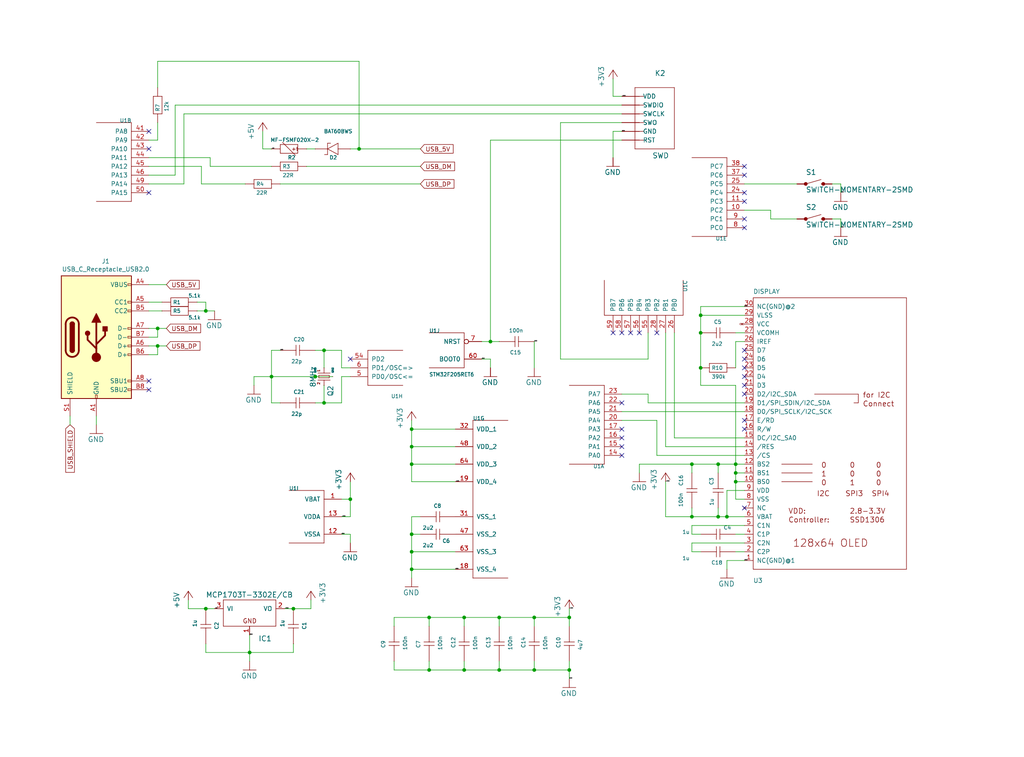
<source format=kicad_sch>
(kicad_sch (version 20230121) (generator eeschema)
  (paper "User" 297.002 219.608)
  (title_block (title "Trezor One USB-C") (date "${DATE}") (rev "${TAG} (${REVISION})"))
  (lib_symbols
    (symbol "trezor_v1.1-eagle-import:+3V3" (power) (pin_names (offset 1.016))
      (property "Value" "+3V3" (at -2.54 -5.08 90))
      (symbol "+3V3_1_0"
        (pin power_in line (at 0 -2.54 90) (length 2.54) (name "+3V3") (number "1"))
      )
    )
    (symbol "trezor_v1.1-eagle-import:+5V" (power) (pin_names (offset 1.016))
      (property "Value" "+5V" (at -2.54 -5.08 90))
      (symbol "+5V_1_0"
        (pin power_in line (at 0 -2.54 90) (length 2.54) (name "+5V") (number "1"))
      )
    )
    (symbol "trezor_v1.1-eagle-import:CRYSTALCTS406" (pin_names (offset 1.016))
      (property "Reference" "Q" (at 2.54 1.016 0))
      (property "Value" "CRYSTALCTS406" (at 2.54 -2.54 0))
      (symbol "CRYSTALCTS406_1_0"
        (text "1" (at -2.159 -1.143 0) (effects (font (size 0.7112 0.7112)) (justify left bottom)))
        (text "2" (at 1.524 -1.143 0) (effects (font (size 0.7112 0.7112)) (justify left bottom)))
        (pin passive line (at -2.54 0 0) (length 0) (name "1") (number "1"))
        (pin passive line (at 2.54 0 180) (length 0) (name "2") (number "3"))
      )
      (symbol "CRYSTALCTS406_1_1"
        (pin passive line (at 0 -2.54 180) (length 0) (name "GND") (number "2"))
        (pin passive line (at 0 2.54 180) (length 0) (name "GND") (number "4"))
      )
    )
    (symbol "trezor_v1.1-eagle-import:C_0402" (pin_names (offset 1.016))
      (property "Reference" "C" (at -1.27 2.54 0))
      (property "Value" "C_0402" (at -1.905 -3.81 0))
      (symbol "C_0402_1_0"
        (pin passive line (at -5.08 0 0) (length 0) (name "1") (number "P$1"))
        (pin passive line (at 5.08 0 0) (length 0) (name "2") (number "P$2"))
      )
    )
    (symbol "trezor_v1.1-eagle-import:C_0603" (pin_names (offset 1.016))
      (property "Reference" "C" (at -1.27 2.54 0))
      (property "Value" "C_0603" (at -1.905 -3.81 0))
      (symbol "C_0603_1_0"
        (pin passive line (at -5.08 0 0) (length 0) (name "1") (number "1"))
        (pin passive line (at 5.08 0 0) (length 0) (name "2") (number "2"))
      )
    )
    (symbol "trezor_v1.1-eagle-import:DISP_OLED_UG-2864HSWEG010.96{dblquote}" (pin_names (offset 1.016))
      (property "Reference" "U" (at -22.86 40.64 0))
      (property "Value" "DISP_OLED_UG-2864HSWEG010.96{dblquote}" (at -22.86 -43.18 0))
      (symbol "DISP_OLED_UG-2864HSWEG010.96{dblquote}_1_0"
        (text "0" (at -3.175 6.985 0) (effects (font (size 1.4986 1.4986)) (justify left bottom)))
        (text "0" (at -3.175 12.065 0) (effects (font (size 1.4986 1.4986)) (justify left bottom)))
        (text "0" (at 5.08 6.985 0) (effects (font (size 1.4986 1.4986)) (justify left bottom)))
        (text "0" (at 5.08 9.525 0) (effects (font (size 1.4986 1.4986)) (justify left bottom)))
        (text "0" (at 12.7 6.985 0) (effects (font (size 1.4986 1.4986)) (justify left bottom)))
        (text "0" (at 12.7 9.525 0) (effects (font (size 1.4986 1.4986)) (justify left bottom)))
        (text "0" (at 12.7 12.065 0) (effects (font (size 1.4986 1.4986)) (justify left bottom)))
        (text "1" (at -3.175 9.525 0) (effects (font (size 1.4986 1.4986)) (justify left bottom)))
        (text "1" (at 5.08 12.065 0) (effects (font (size 1.4986 1.4986)) (justify left bottom)))
        (text "128x64 OLED" (at -11.43 29.21 0) (effects (font (size 2.159 2.159)) (justify left bottom)))
        (text "2.8-3.3V" (at 5.08 20.32 0) (effects (font (size 1.4986 1.4986)) (justify left bottom)))
        (text "Connect" (at 8.89 -10.795 0) (effects (font (size 1.4986 1.4986)) (justify left bottom)))
        (text "Controller:" (at -12.7 22.86 0) (effects (font (size 1.4986 1.4986)) (justify left bottom)))
        (text "for I2C" (at 8.89 -13.335 0) (effects (font (size 1.4986 1.4986)) (justify left bottom)))
        (text "I2C" (at -4.445 15.24 0) (effects (font (size 1.4986 1.4986)) (justify left bottom)))
        (text "SPI3" (at 3.81 15.24 0) (effects (font (size 1.4986 1.4986)) (justify left bottom)))
        (text "SPI4" (at 11.43 15.24 0) (effects (font (size 1.4986 1.4986)) (justify left bottom)))
        (text "SSD1306" (at 5.08 22.86 0) (effects (font (size 1.4986 1.4986)) (justify left bottom)))
        (text "VDD:" (at -12.7 20.32 0) (effects (font (size 1.4986 1.4986)) (justify left bottom)))
        (pin input line (at -25.4 35.56 0) (length 2.54) (name "NC(GND)@1") (number "1"))
        (pin input line (at -25.4 12.7 0) (length 2.54) (name "BS0") (number "10"))
        (pin input line (at -25.4 10.16 0) (length 2.54) (name "BS1") (number "11"))
        (pin input line (at -25.4 7.62 0) (length 2.54) (name "BS2") (number "12"))
        (pin input line (at -25.4 5.08 0) (length 2.54) (name "/CS") (number "13"))
        (pin input line (at -25.4 2.54 0) (length 2.54) (name "/RES") (number "14"))
        (pin input line (at -25.4 0 0) (length 2.54) (name "DC/I2C_SA0") (number "15"))
        (pin input line (at -25.4 -2.54 0) (length 2.54) (name "R/W") (number "16"))
        (pin input line (at -25.4 -5.08 0) (length 2.54) (name "E/RD") (number "17"))
        (pin bidirectional line (at -25.4 -7.62 0) (length 2.54) (name "D0/SPI_SCLK/I2C_SCK") (number "18"))
        (pin bidirectional line (at -25.4 -10.16 0) (length 2.54) (name "D1/SPI_SDIN/I2C_SDA") (number "19"))
        (pin input line (at -25.4 33.02 0) (length 2.54) (name "C2P") (number "2"))
        (pin bidirectional line (at -25.4 -12.7 0) (length 2.54) (name "D2/I2C_SDA") (number "20"))
        (pin bidirectional line (at -25.4 -15.24 0) (length 2.54) (name "D3") (number "21"))
        (pin bidirectional line (at -25.4 -17.78 0) (length 2.54) (name "D4") (number "22"))
        (pin bidirectional line (at -25.4 -20.32 0) (length 2.54) (name "D5") (number "23"))
        (pin bidirectional line (at -25.4 -22.86 0) (length 2.54) (name "D6") (number "24"))
        (pin bidirectional line (at -25.4 -25.4 0) (length 2.54) (name "D7") (number "25"))
        (pin input line (at -25.4 -27.94 0) (length 2.54) (name "IREF") (number "26"))
        (pin output line (at -25.4 -30.48 0) (length 2.54) (name "VCOMH") (number "27"))
        (pin power_in line (at -25.4 -33.02 0) (length 2.54) (name "VCC") (number "28"))
        (pin power_in line (at -25.4 -35.56 0) (length 2.54) (name "VLSS") (number "29"))
        (pin input line (at -25.4 30.48 0) (length 2.54) (name "C2N") (number "3"))
        (pin input line (at -25.4 -38.1 0) (length 2.54) (name "NC(GND)@2") (number "30"))
        (pin input line (at -25.4 27.94 0) (length 2.54) (name "C1P") (number "4"))
        (pin input line (at -25.4 25.4 0) (length 2.54) (name "C1N") (number "5"))
        (pin input line (at -25.4 22.86 0) (length 2.54) (name "VBAT") (number "6"))
        (pin no_connect line (at -25.4 20.32 0) (length 2.54) (name "NC") (number "7"))
        (pin power_in line (at -25.4 17.78 0) (length 2.54) (name "VSS") (number "8"))
        (pin power_in line (at -25.4 15.24 0) (length 2.54) (name "VDD") (number "9"))
      )
    )
    (symbol "trezor_v1.1-eagle-import:DS_SOD323" (pin_names (offset 1.016))
      (property "Reference" "D" (at -1.27 1.905 0))
      (property "Value" "DS_SOD323" (at -3.175 -3.175 0))
      (symbol "DS_SOD323_1_0"
        (pin passive line (at -5.08 0 0) (length 0) (name "1") (number "A"))
        (pin passive line (at 5.08 0 0) (length 0) (name "2") (number "K"))
      )
    )
    (symbol "trezor_v1.1-eagle-import:GND" (power) (pin_names (offset 1.016))
      (property "Value" "GND" (at -2.54 -2.54 0))
      (symbol "GND_1_0"
        (pin power_in line (at 0 2.54 270) (length 2.54) (name "GND") (number "1"))
      )
    )
    (symbol "trezor_v1.1-eagle-import:MCP1703CB" (pin_names (offset 1.016))
      (property "Reference" "IC" (at -7.62 5.715 0))
      (property "Value" "MCP1703CB" (at -7.62 3.175 0))
      (symbol "MCP1703CB_1_0"
        (text "GND" (at -2.032 -4.318 0) (effects (font (size 1.2954 1.2954)) (justify left bottom)))
        (pin passive line (at 0 -7.62 90) (length 2.54) (name "GND") (number "1"))
        (pin passive line (at 10.16 0 180) (length 2.54) (name "VO") (number "2"))
        (pin input line (at -10.16 0 0) (length 2.54) (name "VI") (number "3"))
      )
    )
    (symbol "trezor_v1.1-eagle-import:POLYSWITCH_0603" (pin_names (offset 1.016))
      (property "Reference" "R" (at 1.905 -1.905 0))
      (property "Value" "POLYSWITCH_0603" (at 4.445 3.175 0))
      (symbol "POLYSWITCH_0603_1_0"
        (text "+t" (at 0.635 -0.635 0) (effects (font (size 1.0668 1.0668)) (justify left bottom)))
        (pin passive line (at 5.08 0 180) (length 0) (name "1") (number "1"))
        (pin passive line (at -5.08 0 0) (length 0) (name "2") (number "2"))
      )
    )
    (symbol "trezor_v1.1-eagle-import:R_0402" (pin_names (offset 1.016))
      (property "Reference" "R" (at -1.905 -0.635 0))
      (property "Value" "R_0402" (at -1.905 -3.175 0))
      (symbol "R_0402_1_0"
        (pin passive line (at -5.08 0 0) (length 0) (name "1") (number "P$1"))
        (pin passive line (at 5.08 0 180) (length 0) (name "2") (number "P$2"))
      )
    )
    (symbol "trezor_v1.1-eagle-import:STM32F10XRXT6" (pin_names (offset 1.016))
      (property "Reference" "U" (at -5.08 5.08 0))
      (property "Value" "STM32F10XRXT6" (at -5.08 -7.62 0))
      (symbol "STM32F10XRXT6_1_0"
        (pin bidirectional line (at -7.62 7.62 0) (length 5.08) (name "PA0") (number "14"))
        (pin bidirectional line (at -7.62 5.08 0) (length 5.08) (name "PA1") (number "15"))
        (pin bidirectional line (at -7.62 2.54 0) (length 5.08) (name "PA2") (number "16"))
        (pin bidirectional line (at -7.62 0 0) (length 5.08) (name "PA3") (number "17"))
        (pin bidirectional line (at -7.62 -2.54 0) (length 5.08) (name "PA4") (number "20"))
        (pin bidirectional line (at -7.62 -5.08 0) (length 5.08) (name "PA5") (number "21"))
        (pin bidirectional line (at -7.62 -7.62 0) (length 5.08) (name "PA6") (number "22"))
        (pin bidirectional line (at -7.62 -10.16 0) (length 5.08) (name "PA7") (number "23"))
      )
      (symbol "STM32F10XRXT6_2_0"
        (pin bidirectional line (at -7.62 10.16 0) (length 5.08) (name "PA8") (number "41"))
        (pin bidirectional line (at -7.62 7.62 0) (length 5.08) (name "PA9") (number "42"))
        (pin bidirectional line (at -7.62 5.08 0) (length 5.08) (name "PA10") (number "43"))
        (pin bidirectional line (at -7.62 2.54 0) (length 5.08) (name "PA11") (number "44"))
        (pin bidirectional line (at -7.62 0 0) (length 5.08) (name "PA12") (number "45"))
        (pin bidirectional line (at -7.62 -2.54 0) (length 5.08) (name "PA13") (number "46"))
        (pin bidirectional line (at -7.62 -5.08 0) (length 5.08) (name "PA14") (number "49"))
        (pin bidirectional line (at -7.62 -7.62 0) (length 5.08) (name "PA15") (number "50"))
      )
      (symbol "STM32F10XRXT6_3_0"
        (pin bidirectional line (at 10.16 10.16 180) (length 5.08) (name "PB0") (number "26"))
        (pin bidirectional line (at 10.16 7.62 180) (length 5.08) (name "PB1") (number "27"))
        (pin bidirectional line (at 10.16 5.08 180) (length 5.08) (name "PB2") (number "28"))
        (pin bidirectional line (at 10.16 2.54 180) (length 5.08) (name "PB3") (number "55"))
        (pin bidirectional line (at 10.16 0 180) (length 5.08) (name "PB4") (number "56"))
        (pin bidirectional line (at 10.16 -2.54 180) (length 5.08) (name "PB5") (number "57"))
        (pin bidirectional line (at 10.16 -5.08 180) (length 5.08) (name "PB6") (number "58"))
        (pin bidirectional line (at 10.16 -7.62 180) (length 5.08) (name "PB7") (number "59"))
      )
      (symbol "STM32F10XRXT6_4_0"
        (pin bidirectional line (at 10.16 2.54 180) (length 5.08) (name "PB10") (number "29"))
        (pin bidirectional line (at 10.16 0 180) (length 5.08) (name "PB11") (number "30"))
        (pin bidirectional line (at 10.16 -2.54 180) (length 5.08) (name "PB12") (number "33"))
        (pin bidirectional line (at 10.16 -5.08 180) (length 5.08) (name "PB13") (number "34"))
        (pin bidirectional line (at 10.16 -7.62 180) (length 5.08) (name "PB14") (number "35"))
        (pin bidirectional line (at 10.16 -10.16 180) (length 5.08) (name "PB15") (number "36"))
        (pin bidirectional line (at 10.16 7.62 180) (length 5.08) (name "PB8") (number "61"))
        (pin bidirectional line (at 10.16 5.08 180) (length 5.08) (name "PB9") (number "62"))
      )
      (symbol "STM32F10XRXT6_5_0"
        (pin bidirectional line (at -10.16 5.08 0) (length 5.08) (name "PC2") (number "10"))
        (pin bidirectional line (at -10.16 2.54 0) (length 5.08) (name "PC3") (number "11"))
        (pin bidirectional line (at -10.16 0 0) (length 5.08) (name "PC4") (number "24"))
        (pin bidirectional line (at -10.16 -2.54 0) (length 5.08) (name "PC5") (number "25"))
        (pin bidirectional line (at -10.16 -5.08 0) (length 5.08) (name "PC6") (number "37"))
        (pin bidirectional line (at -10.16 -7.62 0) (length 5.08) (name "PC7") (number "38"))
        (pin bidirectional line (at -10.16 10.16 0) (length 5.08) (name "PC0") (number "8"))
        (pin bidirectional line (at -10.16 7.62 0) (length 5.08) (name "PC1") (number "9"))
      )
      (symbol "STM32F10XRXT6_6_0"
        (pin bidirectional line (at -10.16 -5.08 0) (length 5.08) (name "PC13") (number "2"))
        (pin bidirectional line (at -10.16 -7.62 0) (length 5.08) (name "PC14") (number "3"))
        (pin bidirectional line (at -10.16 7.62 0) (length 5.08) (name "PC8") (number "39"))
        (pin bidirectional line (at -10.16 -10.16 0) (length 5.08) (name "PC15") (number "4"))
        (pin bidirectional line (at -10.16 5.08 0) (length 5.08) (name "PC9") (number "40"))
        (pin bidirectional line (at -10.16 2.54 0) (length 5.08) (name "PC10") (number "51"))
        (pin bidirectional line (at -10.16 0 0) (length 5.08) (name "PC11") (number "52"))
        (pin bidirectional line (at -10.16 -2.54 0) (length 5.08) (name "PC12") (number "53"))
      )
      (symbol "STM32F10XRXT6_7_0"
        (pin power_in line (at -10.16 -20.32 0) (length 5.08) (name "VSS_4") (number "18"))
        (pin power_in line (at -10.16 5.08 0) (length 5.08) (name "VDD_4") (number "19"))
        (pin power_in line (at -10.16 -5.08 0) (length 5.08) (name "VSS_1") (number "31"))
        (pin power_in line (at -10.16 20.32 0) (length 5.08) (name "VDD_1") (number "32"))
        (pin power_in line (at -10.16 -10.16 0) (length 5.08) (name "VSS_2") (number "47"))
        (pin power_in line (at -10.16 15.24 0) (length 5.08) (name "VDD_2") (number "48"))
        (pin power_in line (at -10.16 -15.24 0) (length 5.08) (name "VSS_3") (number "63"))
        (pin power_in line (at -10.16 10.16 0) (length 5.08) (name "VDD_3") (number "64"))
      )
      (symbol "STM32F10XRXT6_8_0"
        (pin bidirectional line (at 10.16 2.54 180) (length 5.08) (name "PD0/OSC<=") (number "5"))
        (pin bidirectional line (at 10.16 -2.54 180) (length 5.08) (name "PD2") (number "54"))
        (pin bidirectional line (at 10.16 0 180) (length 5.08) (name "PD1/OSC=>") (number "6"))
      )
      (symbol "STM32F10XRXT6_9_0"
        (pin power_in line (at 10.16 5.08 180) (length 5.08) (name "VBAT") (number "1"))
        (pin power_in line (at 10.16 -5.08 180) (length 5.08) (name "VSSA") (number "12"))
        (pin power_in line (at 10.16 0 180) (length 5.08) (name "VDDA") (number "13"))
      )
      (symbol "STM32F10XRXT6_10_0"
        (pin input line (at 10.16 -2.54 180) (length 5.08) (name "BOOT0") (number "60"))
        (pin input inverted (at 10.16 2.54 180) (length 5.08) (name "NRST") (number "7"))
      )
    )
    (symbol "trezor_v1.1-eagle-import:SWD" (pin_names (offset 1.016))
      (property "Value" "SWD" (at 6.096 10.414 0))
      (symbol "SWD_1_0"
        (pin passive line (at -7.62 5.08 0) (length 5.08) (name "RST") (number "1"))
        (pin passive line (at -7.62 2.54 0) (length 5.08) (name "GND") (number "2"))
        (pin passive line (at -7.62 0 0) (length 5.08) (name "SWO") (number "3"))
        (pin passive line (at -7.62 -2.54 0) (length 5.08) (name "SWCLK") (number "4"))
        (pin passive line (at -7.62 -5.08 0) (length 5.08) (name "SWDIO") (number "5"))
        (pin passive line (at -7.62 -7.62 0) (length 5.08) (name "VDD") (number "6"))
      )
    )
    (symbol "trezor_v1.1-eagle-import:SWITCH-MOMENTARY-2SMD" (pin_names (offset 1.016))
      (property "Reference" "S" (at -2.54 2.54 0))
      (property "Value" "SWITCH-MOMENTARY-2SMD" (at -2.54 -2.54 0))
      (symbol "SWITCH-MOMENTARY-2SMD_1_0"
        (pin passive line (at -5.08 0 0) (length 2.54) (name "1") (number "1"))
        (pin passive line (at -5.08 0 0) (length 2.54) (name "1") (number "2"))
        (pin passive line (at 5.08 0 180) (length 2.54) (name "2") (number "3"))
        (pin passive line (at 5.08 0 180) (length 2.54) (name "2") (number "4"))
      )
    )
    (symbol "trezor_v1.1-rescue:USB_C_Receptacle_USB2.0-Connector" (pin_names (offset 1.016))
      (property "Reference" "J" (at -10.16 19.05 0))
      (property "Value" "USB_C_Receptacle_USB2.0-Connector" (at 19.05 19.05 0))
      (symbol "USB_C_Receptacle_USB2.0-Connector_1_1"
        (pin power_in line (at 0 -22.86 90) (length 5.08) (name "GND") (number "A1"))
        (pin passive line (at 0 -22.86 90) (length 5.08) hide (name "GND") (number "A12"))
        (pin power_in line (at 15.24 15.24 180) (length 5.08) (name "VBUS") (number "A4"))
        (pin bidirectional line (at 15.24 10.16 180) (length 5.08) (name "CC1") (number "A5"))
        (pin bidirectional line (at 15.24 -2.54 180) (length 5.08) (name "D+") (number "A6"))
        (pin bidirectional line (at 15.24 2.54 180) (length 5.08) (name "D-") (number "A7"))
        (pin bidirectional line (at 15.24 -12.7 180) (length 5.08) (name "SBU1") (number "A8"))
        (pin passive line (at 15.24 15.24 180) (length 5.08) hide (name "VBUS") (number "A9"))
        (pin passive line (at 0 -22.86 90) (length 5.08) hide (name "GND") (number "B1"))
        (pin passive line (at 0 -22.86 90) (length 5.08) hide (name "GND") (number "B12"))
        (pin passive line (at 15.24 15.24 180) (length 5.08) hide (name "VBUS") (number "B4"))
        (pin bidirectional line (at 15.24 7.62 180) (length 5.08) (name "CC2") (number "B5"))
        (pin bidirectional line (at 15.24 -5.08 180) (length 5.08) (name "D+") (number "B6"))
        (pin bidirectional line (at 15.24 0 180) (length 5.08) (name "D-") (number "B7"))
        (pin bidirectional line (at 15.24 -15.24 180) (length 5.08) (name "SBU2") (number "B8"))
        (pin passive line (at 15.24 15.24 180) (length 5.08) hide (name "VBUS") (number "B9"))
        (pin passive line (at -7.62 -22.86 90) (length 5.08) (name "SHIELD") (number "S1"))
      )
    )
  )
  (junction (at 101.6 144.78))
  (junction (at 59.69 90.17))
  (junction (at 142.24 99.06))
  (junction (at 119.38 124.46))
  (junction (at 154.94 179.07))
  (junction (at 134.62 179.07))
  (junction (at 45.72 100.33))
  (junction (at 208.28 134.62))
  (junction (at 203.2 96.52))
  (junction (at 59.69 176.53))
  (junction (at 85.09 176.53))
  (junction (at 210.82 149.86))
  (junction (at 154.94 194.31))
  (junction (at 119.38 160.02))
  (junction (at 119.38 134.62))
  (junction (at 213.36 137.16))
  (junction (at 203.2 91.44))
  (junction (at 144.78 179.07))
  (junction (at 104.14 43.18))
  (junction (at 200.66 149.86))
  (junction (at 119.38 129.54))
  (junction (at 124.46 194.31))
  (junction (at 45.72 95.25))
  (junction (at 213.36 139.7))
  (junction (at 119.38 165.1))
  (junction (at 165.1 194.31))
  (junction (at 203.2 106.68))
  (junction (at 124.46 179.07))
  (junction (at 165.1 179.07))
  (junction (at 72.39 189.23))
  (junction (at 119.38 154.94))
  (junction (at 91.44 109.22))
  (junction (at 93.98 101.6))
  (junction (at 213.36 134.62))
  (junction (at 208.28 149.86))
  (junction (at 144.78 194.31))
  (junction (at 78.74 109.22))
  (junction (at 200.66 134.62))
  (junction (at 134.62 194.31))
  (junction (at 93.98 116.84))
  (no_connect (at 43.18 113.03))
  (no_connect (at 43.18 110.49))
  (no_connect (at 43.18 38.1))
  (no_connect (at 43.18 43.18))
  (no_connect (at 43.18 55.88))
  (no_connect (at 101.6 104.14))
  (no_connect (at 215.9 147.32))
  (no_connect (at 215.9 101.6))
  (no_connect (at 215.9 121.92))
  (no_connect (at 215.9 124.46))
  (no_connect (at 215.9 114.3))
  (no_connect (at 215.9 111.76))
  (no_connect (at 215.9 109.22))
  (no_connect (at 215.9 106.68))
  (no_connect (at 215.9 104.14))
  (no_connect (at 190.5 96.52))
  (no_connect (at 180.34 96.52))
  (no_connect (at 177.8 96.52))
  (no_connect (at 185.42 96.52))
  (no_connect (at 182.88 96.52))
  (no_connect (at 215.9 66.04))
  (no_connect (at 215.9 63.5))
  (no_connect (at 215.9 58.42))
  (no_connect (at 215.9 55.88))
  (no_connect (at 215.9 50.8))
  (no_connect (at 215.9 48.26))
  (no_connect (at 180.34 132.08))
  (no_connect (at 180.34 129.54))
  (no_connect (at 180.34 127))
  (no_connect (at 180.34 124.46))
  (no_connect (at 180.34 116.84))
  (wire (pts (xy 243.84 55.88) (xy 243.84 53.34)))
  (wire (pts (xy 142.24 40.64) (xy 142.24 99.06)))
  (wire (pts (xy 78.74 43.18) (xy 76.2 43.18)))
  (wire (pts (xy 139.7 99.06) (xy 142.24 99.06)))
  (wire (pts (xy 215.9 91.44) (xy 203.2 91.44)))
  (wire (pts (xy 58.42 48.26) (xy 43.18 48.26)))
  (wire (pts (xy 101.6 144.78) (xy 101.6 139.7)))
  (wire (pts (xy 154.94 194.31) (xy 154.94 191.77)))
  (wire (pts (xy 210.82 162.56) (xy 210.82 165.1)))
  (wire (pts (xy 215.9 157.48) (xy 200.66 157.48)))
  (wire (pts (xy 213.36 134.62) (xy 215.9 134.62)))
  (wire (pts (xy 142.24 104.14) (xy 142.24 106.68)))
  (wire (pts (xy 132.08 160.02) (xy 119.38 160.02)))
  (wire (pts (xy 134.62 179.07) (xy 124.46 179.07)))
  (wire (pts (xy 154.94 179.07) (xy 144.78 179.07)))
  (wire (pts (xy 78.74 101.6) (xy 78.74 109.22)))
  (wire (pts (xy 215.9 139.7) (xy 213.36 139.7)))
  (wire (pts (xy 213.36 137.16) (xy 213.36 134.62)))
  (wire (pts (xy 99.06 154.94) (xy 101.6 154.94)))
  (wire (pts (xy 223.52 60.96) (xy 215.9 60.96)))
  (wire (pts (xy 193.04 129.54) (xy 193.04 96.52)))
  (wire (pts (xy 54.61 176.53) (xy 54.61 173.99)))
  (wire (pts (xy 81.28 101.6) (xy 78.74 101.6)))
  (wire (pts (xy 213.36 139.7) (xy 213.36 137.16)))
  (wire (pts (xy 43.18 100.33) (xy 45.72 100.33)))
  (wire (pts (xy 121.92 149.86) (xy 119.38 149.86)))
  (wire (pts (xy 59.69 176.53) (xy 54.61 176.53)))
  (wire (pts (xy 215.9 53.34) (xy 231.14 53.34)))
  (wire (pts (xy 185.42 134.62) (xy 185.42 137.16)))
  (wire (pts (xy 45.72 102.87) (xy 45.72 100.33)))
  (wire (pts (xy 193.04 149.86) (xy 200.66 149.86)))
  (wire (pts (xy 59.69 90.17) (xy 62.23 90.17)))
  (wire (pts (xy 114.3 194.31) (xy 124.46 194.31)))
  (wire (pts (xy 119.38 129.54) (xy 119.38 124.46)))
  (wire (pts (xy 180.34 114.3) (xy 187.96 114.3)))
  (wire (pts (xy 82.55 176.53) (xy 85.09 176.53)))
  (wire (pts (xy 99.06 116.84) (xy 93.98 116.84)))
  (wire (pts (xy 124.46 179.07) (xy 114.3 179.07)))
  (wire (pts (xy 208.28 149.86) (xy 200.66 149.86)))
  (wire (pts (xy 101.6 154.94) (xy 101.6 157.48)))
  (wire (pts (xy 59.69 87.63) (xy 59.69 90.17)))
  (wire (pts (xy 243.84 63.5) (xy 241.3 63.5)))
  (wire (pts (xy 165.1 179.07) (xy 154.94 179.07)))
  (wire (pts (xy 104.14 43.18) (xy 121.92 43.18)))
  (wire (pts (xy 104.14 17.78) (xy 104.14 43.18)))
  (wire (pts (xy 215.9 142.24) (xy 210.82 142.24)))
  (wire (pts (xy 203.2 96.52) (xy 203.2 106.68)))
  (wire (pts (xy 58.42 53.34) (xy 58.42 48.26)))
  (wire (pts (xy 91.44 109.22) (xy 78.74 109.22)))
  (wire (pts (xy 193.04 129.54) (xy 215.9 129.54)))
  (wire (pts (xy 99.06 149.86) (xy 101.6 149.86)))
  (wire (pts (xy 53.34 53.34) (xy 53.34 33.02)))
  (wire (pts (xy 231.14 63.5) (xy 223.52 63.5)))
  (wire (pts (xy 121.92 154.94) (xy 119.38 154.94)))
  (wire (pts (xy 200.66 134.62) (xy 208.28 134.62)))
  (wire (pts (xy 187.96 104.14) (xy 162.56 104.14)))
  (wire (pts (xy 43.18 53.34) (xy 53.34 53.34)))
  (wire (pts (xy 215.9 162.56) (xy 210.82 162.56)))
  (wire (pts (xy 62.23 176.53) (xy 59.69 176.53)))
  (wire (pts (xy 72.39 184.15) (xy 72.39 189.23)))
  (wire (pts (xy 215.9 149.86) (xy 210.82 149.86)))
  (wire (pts (xy 200.66 147.32) (xy 200.66 149.86)))
  (wire (pts (xy 132.08 139.7) (xy 119.38 139.7)))
  (wire (pts (xy 210.82 149.86) (xy 208.28 149.86)))
  (wire (pts (xy 180.34 27.94) (xy 177.8 27.94)))
  (wire (pts (xy 165.1 176.53) (xy 165.1 179.07)))
  (wire (pts (xy 27.94 120.65) (xy 27.94 123.19)))
  (wire (pts (xy 132.08 129.54) (xy 119.38 129.54)))
  (wire (pts (xy 43.18 95.25) (xy 45.72 95.25)))
  (wire (pts (xy 154.94 194.31) (xy 144.78 194.31)))
  (wire (pts (xy 162.56 35.56) (xy 180.34 35.56)))
  (wire (pts (xy 45.72 97.79) (xy 45.72 95.25)))
  (wire (pts (xy 101.6 106.68) (xy 99.06 106.68)))
  (wire (pts (xy 43.18 82.55) (xy 48.26 82.55)))
  (wire (pts (xy 193.04 139.7) (xy 193.04 149.86)))
  (wire (pts (xy 99.06 101.6) (xy 93.98 101.6)))
  (wire (pts (xy 119.38 160.02) (xy 119.38 165.1)))
  (wire (pts (xy 124.46 194.31) (xy 124.46 191.77)))
  (wire (pts (xy 43.18 90.17) (xy 46.99 90.17)))
  (wire (pts (xy 200.66 152.4) (xy 200.66 154.94)))
  (wire (pts (xy 200.66 154.94) (xy 203.2 154.94)))
  (wire (pts (xy 215.9 160.02) (xy 213.36 160.02)))
  (wire (pts (xy 90.17 176.53) (xy 90.17 173.99)))
  (wire (pts (xy 119.38 149.86) (xy 119.38 154.94)))
  (wire (pts (xy 43.18 102.87) (xy 45.72 102.87)))
  (wire (pts (xy 76.2 43.18) (xy 76.2 38.1)))
  (wire (pts (xy 165.1 194.31) (xy 165.1 191.77)))
  (wire (pts (xy 200.66 157.48) (xy 200.66 160.02)))
  (wire (pts (xy 195.58 127) (xy 195.58 96.52)))
  (wire (pts (xy 132.08 134.62) (xy 119.38 134.62)))
  (wire (pts (xy 200.66 137.16) (xy 200.66 134.62)))
  (wire (pts (xy 180.34 121.92) (xy 190.5 121.92)))
  (wire (pts (xy 165.1 194.31) (xy 154.94 194.31)))
  (wire (pts (xy 73.66 109.22) (xy 73.66 111.76)))
  (wire (pts (xy 43.18 87.63) (xy 46.99 87.63)))
  (wire (pts (xy 187.96 116.84) (xy 215.9 116.84)))
  (wire (pts (xy 213.36 111.76) (xy 203.2 111.76)))
  (wire (pts (xy 45.72 17.78) (xy 104.14 17.78)))
  (wire (pts (xy 81.28 53.34) (xy 121.92 53.34)))
  (wire (pts (xy 243.84 66.04) (xy 243.84 63.5)))
  (wire (pts (xy 119.38 139.7) (xy 119.38 134.62)))
  (wire (pts (xy 57.15 90.17) (xy 59.69 90.17)))
  (wire (pts (xy 85.09 186.69) (xy 85.09 189.23)))
  (wire (pts (xy 45.72 95.25) (xy 48.26 95.25)))
  (wire (pts (xy 88.9 48.26) (xy 121.92 48.26)))
  (wire (pts (xy 85.09 176.53) (xy 90.17 176.53)))
  (wire (pts (xy 213.36 99.06) (xy 213.36 106.68)))
  (wire (pts (xy 190.5 121.92) (xy 190.5 132.08)))
  (wire (pts (xy 45.72 40.64) (xy 45.72 35.56)))
  (wire (pts (xy 215.9 99.06) (xy 213.36 99.06)))
  (wire (pts (xy 50.8 50.8) (xy 43.18 50.8)))
  (wire (pts (xy 99.06 144.78) (xy 101.6 144.78)))
  (wire (pts (xy 162.56 35.56) (xy 162.56 104.14)))
  (wire (pts (xy 134.62 194.31) (xy 134.62 191.77)))
  (wire (pts (xy 57.15 87.63) (xy 59.69 87.63)))
  (wire (pts (xy 20.32 120.65) (xy 20.32 123.19)))
  (wire (pts (xy 101.6 43.18) (xy 104.14 43.18)))
  (wire (pts (xy 78.74 48.26) (xy 60.96 48.26)))
  (wire (pts (xy 78.74 109.22) (xy 78.74 116.84)))
  (wire (pts (xy 200.66 160.02) (xy 203.2 160.02)))
  (wire (pts (xy 99.06 109.22) (xy 99.06 116.84)))
  (wire (pts (xy 72.39 189.23) (xy 72.39 191.77)))
  (wire (pts (xy 200.66 134.62) (xy 185.42 134.62)))
  (wire (pts (xy 45.72 25.4) (xy 45.72 17.78)))
  (wire (pts (xy 119.38 134.62) (xy 119.38 129.54)))
  (wire (pts (xy 114.3 194.31) (xy 114.3 191.77)))
  (wire (pts (xy 50.8 30.48) (xy 50.8 50.8)))
  (wire (pts (xy 93.98 116.84) (xy 91.44 116.84)))
  (wire (pts (xy 60.96 48.26) (xy 60.96 45.72)))
  (wire (pts (xy 144.78 179.07) (xy 134.62 179.07)))
  (wire (pts (xy 53.34 33.02) (xy 180.34 33.02)))
  (wire (pts (xy 85.09 189.23) (xy 72.39 189.23)))
  (wire (pts (xy 213.36 134.62) (xy 208.28 134.62)))
  (wire (pts (xy 187.96 96.52) (xy 187.96 104.14)))
  (wire (pts (xy 93.98 111.76) (xy 93.98 116.84)))
  (wire (pts (xy 134.62 194.31) (xy 124.46 194.31)))
  (wire (pts (xy 215.9 88.9) (xy 203.2 88.9)))
  (wire (pts (xy 203.2 91.44) (xy 203.2 96.52)))
  (wire (pts (xy 142.24 99.06) (xy 144.78 99.06)))
  (wire (pts (xy 58.42 53.34) (xy 71.12 53.34)))
  (wire (pts (xy 45.72 100.33) (xy 48.26 100.33)))
  (wire (pts (xy 203.2 91.44) (xy 203.2 88.9)))
  (wire (pts (xy 208.28 147.32) (xy 208.28 149.86)))
  (wire (pts (xy 93.98 106.68) (xy 93.98 101.6)))
  (wire (pts (xy 119.38 124.46) (xy 119.38 121.92)))
  (wire (pts (xy 180.34 38.1) (xy 177.8 38.1)))
  (wire (pts (xy 177.8 38.1) (xy 177.8 45.72)))
  (wire (pts (xy 180.34 40.64) (xy 142.24 40.64)))
  (wire (pts (xy 60.96 45.72) (xy 43.18 45.72)))
  (wire (pts (xy 144.78 181.61) (xy 144.78 179.07)))
  (wire (pts (xy 208.28 134.62) (xy 208.28 137.16)))
  (wire (pts (xy 101.6 149.86) (xy 101.6 144.78)))
  (wire (pts (xy 210.82 142.24) (xy 210.82 149.86)))
  (wire (pts (xy 223.52 63.5) (xy 223.52 60.96)))
  (wire (pts (xy 190.5 132.08) (xy 215.9 132.08)))
  (wire (pts (xy 96.52 109.22) (xy 91.44 109.22)))
  (wire (pts (xy 243.84 53.34) (xy 241.3 53.34)))
  (wire (pts (xy 124.46 181.61) (xy 124.46 179.07)))
  (wire (pts (xy 114.3 181.61) (xy 114.3 179.07)))
  (wire (pts (xy 213.36 144.78) (xy 213.36 139.7)))
  (wire (pts (xy 215.9 137.16) (xy 213.36 137.16)))
  (wire (pts (xy 177.8 27.94) (xy 177.8 22.86)))
  (wire (pts (xy 134.62 181.61) (xy 134.62 179.07)))
  (wire (pts (xy 215.9 96.52) (xy 213.36 96.52)))
  (wire (pts (xy 154.94 99.06) (xy 154.94 106.68)))
  (wire (pts (xy 144.78 191.77) (xy 144.78 194.31)))
  (wire (pts (xy 213.36 134.62) (xy 213.36 111.76)))
  (wire (pts (xy 139.7 104.14) (xy 142.24 104.14)))
  (wire (pts (xy 78.74 116.84) (xy 81.28 116.84)))
  (wire (pts (xy 78.74 109.22) (xy 73.66 109.22)))
  (wire (pts (xy 119.38 154.94) (xy 119.38 160.02)))
  (wire (pts (xy 144.78 194.31) (xy 134.62 194.31)))
  (wire (pts (xy 99.06 106.68) (xy 99.06 101.6)))
  (wire (pts (xy 180.34 30.48) (xy 50.8 30.48)))
  (wire (pts (xy 203.2 111.76) (xy 203.2 106.68)))
  (wire (pts (xy 101.6 109.22) (xy 99.06 109.22)))
  (wire (pts (xy 195.58 127) (xy 215.9 127)))
  (wire (pts (xy 165.1 196.85) (xy 165.1 194.31)))
  (wire (pts (xy 215.9 152.4) (xy 200.66 152.4)))
  (wire (pts (xy 154.94 181.61) (xy 154.94 179.07)))
  (wire (pts (xy 132.08 124.46) (xy 119.38 124.46)))
  (wire (pts (xy 72.39 189.23) (xy 59.69 189.23)))
  (wire (pts (xy 132.08 165.1) (xy 119.38 165.1)))
  (wire (pts (xy 88.9 43.18) (xy 91.44 43.18)))
  (wire (pts (xy 180.34 119.38) (xy 215.9 119.38)))
  (wire (pts (xy 59.69 189.23) (xy 59.69 186.69)))
  (wire (pts (xy 215.9 154.94) (xy 213.36 154.94)))
  (wire (pts (xy 119.38 165.1) (xy 119.38 167.64)))
  (wire (pts (xy 187.96 114.3) (xy 187.96 116.84)))
  (wire (pts (xy 93.98 101.6) (xy 91.44 101.6)))
  (wire (pts (xy 43.18 97.79) (xy 45.72 97.79)))
  (wire (pts (xy 43.18 40.64) (xy 45.72 40.64)))
  (wire (pts (xy 165.1 179.07) (xy 165.1 181.61)))
  (wire (pts (xy 215.9 144.78) (xy 213.36 144.78)))
  (label "GND" (at 139.7 104.14 0) (effects (font (size 0.254 0.254))))
  (label "+3V3" (at 165.1 176.53 0) (effects (font (size 0.254 0.254))))
  (label "GND" (at 81.28 101.6 0) (effects (font (size 0.254 0.254))))
  (label "GND" (at 215.9 162.56 0) (effects (font (size 0.254 0.254))))
  (label "+3V3" (at 82.55 176.53 0) (effects (font (size 0.254 0.254))))
  (label "GND" (at 243.84 55.88 0) (effects (font (size 0.254 0.254))))
  (label "GND" (at 154.94 99.06 0) (effects (font (size 0.254 0.254))))
  (label "+5V" (at 78.74 43.18 0) (effects (font (size 0.254 0.254))))
  (label "GND" (at 165.1 196.85 0) (effects (font (size 0.254 0.254))))
  (label "+3V3" (at 180.34 27.94 0) (effects (font (size 0.254 0.254))))
  (label "+3V3" (at 132.08 139.7 0) (effects (font (size 0.254 0.254))))
  (label "+3V3" (at 99.06 149.86 0) (effects (font (size 0.254 0.254))))
  (label "GND" (at 215.9 88.9 0) (effects (font (size 0.254 0.254))))
  (label "GND" (at 99.06 154.94 0) (effects (font (size 0.254 0.254))))
  (label "GND" (at 243.84 66.04 0) (effects (font (size 0.254 0.254))))
  (label "+3V3" (at 193.04 139.7 0) (effects (font (size 0.254 0.254))))
  (label "GND" (at 180.34 38.1 0) (effects (font (size 0.254 0.254))))
  (label "GND" (at 72.39 184.15 0) (effects (font (size 0.254 0.254))))
  (label "GND" (at 132.08 165.1 0) (effects (font (size 0.254 0.254))))
  (label "+5V" (at 62.23 176.53 0) (effects (font (size 0.254 0.254))))
  (global_label "USB_5V" (shape input) (at 121.92 43.18 0) (property "Intersheetrefs" "${INTERSHEET_REFS}" (effects hide)))
  (global_label "VCC" (shape bidirectional) (at 215.9 93.98 180) (effects (font (size 0.254 0.254))) (property "Intersheetrefs" "${INTERSHEET_REFS}" (effects hide)))
  (global_label "USB_DP" (shape input) (at 48.26 100.33 0) (property "Intersheetrefs" "${INTERSHEET_REFS}" (effects hide)))
  (global_label "USB_DM" (shape input) (at 121.92 48.26 0) (property "Intersheetrefs" "${INTERSHEET_REFS}" (effects hide)))
  (global_label "USB_DM" (shape input) (at 48.26 95.25 0) (property "Intersheetrefs" "${INTERSHEET_REFS}" (effects hide)))
  (global_label "USB_SHIELD" (shape input) (at 20.32 123.19 270) (property "Intersheetrefs" "${INTERSHEET_REFS}" (effects hide)))
  (global_label "USB_DP" (shape input) (at 121.92 53.34 0) (property "Intersheetrefs" "${INTERSHEET_REFS}" (effects hide)))
  (global_label "USB_5V" (shape input) (at 48.26 82.55 0) (property "Intersheetrefs" "${INTERSHEET_REFS}" (effects hide)))
  (symbol (lib_id "trezor_v1.1-eagle-import:GND") (at 177.8 48.26 0) (unit 1)
    (property "Reference" "#GND010" (effects hide))
    (property "Value" "GND" (at 175.26 50.8 0) (effects (font (size 1.4986 1.4986)) (justify left bottom)))
  )
  (symbol (lib_id "trezor_v1.1-eagle-import:C_0402") (at 208.28 154.94 180) (unit 1)
    (property "Reference" "C4" (at 212.09 152.4 0) (effects (font (size 1.0668 1.0668)) (justify left bottom)))
    (property "Value" "1u" (at 200.025 153.67 0) (effects (font (size 1.0668 1.0668)) (justify left bottom)))
    (property "Footprint" "trezor_v1.1:0402" (effects hide))
  )
  (symbol (lib_id "trezor_v1.1-eagle-import:C_0402") (at 144.78 186.69 90) (unit 1)
    (property "Reference" "C13" (at 142.24 187.96 0) (effects (font (size 1.0668 1.0668)) (justify left bottom)))
    (property "Value" "100n" (at 148.59 188.595 0) (effects (font (size 1.0668 1.0668)) (justify left bottom)))
    (property "Footprint" "trezor_v1.1:0402" (effects hide))
  )
  (symbol (lib_id "trezor_v1.1-eagle-import:GND") (at 73.66 114.3 0) (unit 1)
    (property "Reference" "#GND04" (effects hide))
    (property "Value" "GND" (at 71.12 116.84 0) (effects (font (size 1.4986 1.4986)) (justify left bottom)))
  )
  (symbol (lib_id "trezor_v1.1-eagle-import:GND") (at 165.1 199.39 0) (unit 1)
    (property "Reference" "#GND03" (effects hide))
    (property "Value" "GND" (at 162.56 201.93 0) (effects (font (size 1.4986 1.4986)) (justify left bottom)))
  )
  (symbol (lib_id "trezor_v1.1-eagle-import:CRYSTALCTS406") (at 93.98 109.22 270) (unit 1)
    (property "Reference" "Q2" (at 94.996 111.76 0) (effects (font (size 1.4986 1.4986)) (justify left bottom)))
    (property "Value" "8MHz" (at 89.916 106.172 0) (effects (font (size 1.4986 1.4986)) (justify left bottom)))
    (property "Footprint" "trezor_v1.1:CTS406" (effects hide))
  )
  (symbol (lib_id "trezor_v1.1-eagle-import:C_0402") (at 134.62 186.69 90) (unit 1)
    (property "Reference" "C12" (at 132.08 187.96 0) (effects (font (size 1.0668 1.0668)) (justify left bottom)))
    (property "Value" "100n" (at 138.43 188.595 0) (effects (font (size 1.0668 1.0668)) (justify left bottom)))
    (property "Footprint" "trezor_v1.1:0402" (effects hide))
  )
  (symbol (lib_id "trezor_v1.1-eagle-import:C_0402") (at 86.36 101.6 0) (unit 1)
    (property "Reference" "C20" (at 85.09 99.06 0) (effects (font (size 1.0668 1.0668)) (justify left bottom)))
    (property "Value" "22p" (at 84.455 105.41 0) (effects (font (size 1.0668 1.0668)) (justify left bottom)))
    (property "Footprint" "trezor_v1.1:0402" (effects hide))
  )
  (symbol (lib_id "trezor_v1.1-eagle-import:+3V3") (at 193.04 137.16 0) (unit 1)
    (property "Reference" "#+3V04" (effects hide))
    (property "Value" "+3V3" (at 190.5 142.24 90) (effects (font (size 1.4986 1.4986)) (justify left bottom)))
  )
  (symbol (lib_id "trezor_v1.1-eagle-import:C_0402") (at 200.66 142.24 90) (unit 1)
    (property "Reference" "C16" (at 198.12 140.97 0) (effects (font (size 1.0668 1.0668)) (justify left bottom)))
    (property "Value" "100n" (at 196.85 142.875 0) (effects (font (size 1.0668 1.0668)) (justify right top)))
    (property "Footprint" "trezor_v1.1:0402" (effects hide))
  )
  (symbol (lib_id "trezor_v1.1-eagle-import:C_0402") (at 127 154.94 0) (unit 1)
    (property "Reference" "C6" (at 128.27 157.48 0) (effects (font (size 1.0668 1.0668)) (justify left bottom)))
    (property "Value" "2u2" (at 122.555 158.75 0) (effects (font (size 1.0668 1.0668)) (justify left bottom)))
    (property "Footprint" "trezor_v1.1:0402" (effects hide))
  )
  (symbol (lib_id "trezor_v1.1-eagle-import:GND") (at 185.42 139.7 0) (unit 1)
    (property "Reference" "#GND02" (effects hide))
    (property "Value" "GND" (at 182.88 142.24 0) (effects (font (size 1.4986 1.4986)) (justify left bottom)))
  )
  (symbol (lib_id "trezor_v1.1-eagle-import:SWD") (at 187.96 35.56 0) (mirror x) (unit 1)
    (property "Reference" "K2" (at 193.04 22.098 0) (effects (font (size 1.4986 1.4986)) (justify right top)))
    (property "Value" "SWD" (at 194.056 45.974 0) (effects (font (size 1.4986 1.4986)) (justify right top)))
    (property "Footprint" "trezor_v1.1:SWD" (effects hide))
  )
  (symbol (lib_id "trezor_v1.1-eagle-import:STM32F10XRXT6") (at 172.72 124.46 180) (unit 1)
    (property "Reference" "U1" (at 175.26 134.62 0) (effects (font (size 1.0668 1.0668)) (justify left bottom)))
    (property "Value" "STM32F205RET6" (effects hide))
    (property "Footprint" "trezor_v1.1:TQFP64" (effects hide))
  )
  (symbol (lib_id "trezor_v1.1-eagle-import:STM32F10XRXT6") (at 185.42 86.36 270) (unit 3)
    (property "Reference" "U1" (at 198.12 81.28 0) (effects (font (size 1.0668 1.0668)) (justify left bottom)))
    (property "Value" "STM32F205RET6" (effects hide))
    (property "Footprint" "trezor_v1.1:TQFP64" (effects hide))
  )
  (symbol (lib_id "trezor_v1.1-eagle-import:STM32F10XRXT6") (at 35.56 48.26 0) (mirror y) (unit 2)
    (property "Reference" "U1" (at 38.1 35.56 0) (effects (font (size 1.0668 1.0668)) (justify left bottom)))
    (property "Value" "STM32F205RET6" (effects hide))
    (property "Footprint" "trezor_v1.1:TQFP64" (effects hide))
  )
  (symbol (lib_id "trezor_v1.1-eagle-import:STM32F10XRXT6") (at 205.74 55.88 180) (unit 5)
    (property "Reference" "U1" (at 210.82 68.58 0) (effects (font (size 1.0668 1.0668)) (justify left bottom)))
    (property "Value" "STM32F205RET6" (effects hide))
    (property "Footprint" "trezor_v1.1:TQFP64" (effects hide))
  )
  (symbol (lib_id "trezor_v1.1-eagle-import:STM32F10XRXT6") (at 142.24 144.78 0) (unit 7)
    (property "Reference" "U1" (at 137.16 121.92 0) (effects (font (size 1.0668 1.0668)) (justify left bottom)))
    (property "Value" "STM32F205RET6" (effects hide))
    (property "Footprint" "trezor_v1.1:TQFP64" (effects hide))
  )
  (symbol (lib_id "trezor_v1.1-eagle-import:STM32F10XRXT6") (at 88.9 149.86 0) (unit 9)
    (property "Reference" "U1" (at 83.82 142.24 0) (effects (font (size 1.0668 1.0668)) (justify left bottom)))
    (property "Value" "STM32F205RET6" (effects hide))
    (property "Footprint" "trezor_v1.1:TQFP64" (effects hide))
  )
  (symbol (lib_id "trezor_v1.1-eagle-import:STM32F10XRXT6") (at 111.76 106.68 180) (unit 8)
    (property "Reference" "U1" (at 116.84 114.3 0) (effects (font (size 1.0668 1.0668)) (justify left bottom)))
    (property "Value" "STM32F205RET6" (effects hide))
    (property "Footprint" "trezor_v1.1:TQFP64" (effects hide))
  )
  (symbol (lib_id "trezor_v1.1-eagle-import:STM32F10XRXT6") (at 129.54 101.6 0) (unit 10)
    (property "Reference" "U1" (at 124.46 96.52 0) (effects (font (size 1.0668 1.0668)) (justify left bottom)))
    (property "Value" "STM32F205RET6" (at 124.46 109.22 0) (effects (font (size 1.0668 1.0668)) (justify left bottom)))
    (property "Footprint" "trezor_v1.1:TQFP64" (effects hide))
  )
  (symbol (lib_id "trezor_v1.1-eagle-import:+3V3") (at 119.38 119.38 0) (unit 1)
    (property "Reference" "#+3V05" (effects hide))
    (property "Value" "+3V3" (at 116.84 124.46 90) (effects (font (size 1.4986 1.4986)) (justify left bottom)))
  )
  (symbol (lib_id "trezor_v1.1-eagle-import:GND") (at 72.39 194.31 0) (unit 1)
    (property "Reference" "#GND011" (effects hide))
    (property "Value" "GND" (at 69.85 196.85 0) (effects (font (size 1.4986 1.4986)) (justify left bottom)))
  )
  (symbol (lib_id "trezor_v1.1-eagle-import:GND") (at 210.82 167.64 0) (unit 1)
    (property "Reference" "#GND05" (effects hide))
    (property "Value" "GND" (at 208.28 170.18 0) (effects (font (size 1.4986 1.4986)) (justify left bottom)))
  )
  (symbol (lib_id "trezor_v1.1-eagle-import:DS_SOD323") (at 96.52 43.18 180) (unit 1)
    (property "Reference" "D2" (at 97.79 45.085 0) (effects (font (size 1.0668 1.0668)) (justify left bottom)))
    (property "Value" "BAT60BWS" (at 102.235 37.465 0) (effects (font (size 1.0668 1.0668)) (justify left bottom)))
    (property "Footprint" "trezor_v1.1:SOD323" (effects hide))
  )
  (symbol (lib_id "trezor_v1.1-rescue:USB_C_Receptacle_USB2.0-Connector") (at 27.94 97.79 0) (unit 1)
    (property "Reference" "J1" (at 30.6578 75.7682 0))
    (property "Value" "USB_C_Receptacle_USB2.0" (at 30.6578 78.0796 0))
    (property "Footprint" "Gigahawk:USB_C_Receptacle_GCT_USB4085" (effects hide))
    (property "Datasheet" "https://www.usb.org/sites/default/files/documents/usb_type-c.zip" (effects hide))
  )
  (symbol (lib_id "trezor_v1.1-eagle-import:R_0402") (at 52.07 87.63 0) (unit 1)
    (property "Reference" "R1" (at 50.165 88.265 0) (effects (font (size 1.0668 1.0668)) (justify left bottom)))
    (property "Value" "5.1k" (at 54.61 86.36 0) (effects (font (size 1.0668 1.0668)) (justify left bottom)))
    (property "Footprint" "trezor_v1.1:0402" (effects hide))
  )
  (symbol (lib_id "trezor_v1.1-eagle-import:R_0402") (at 52.07 90.17 0) (unit 1)
    (property "Reference" "R5" (at 50.165 90.805 0) (effects (font (size 1.0668 1.0668)) (justify left bottom)))
    (property "Value" "5.1k" (at 54.61 92.71 0) (effects (font (size 1.0668 1.0668)) (justify left bottom)))
    (property "Footprint" "trezor_v1.1:0402" (effects hide))
  )
  (symbol (lib_id "trezor_v1.1-eagle-import:GND") (at 62.23 92.71 0) (unit 1)
    (property "Reference" "#GND016" (effects hide))
    (property "Value" "GND" (at 59.69 95.25 0) (effects (font (size 1.4986 1.4986)) (justify left bottom)))
  )
  (symbol (lib_id "trezor_v1.1-eagle-import:+5V") (at 54.61 171.45 0) (unit 1)
    (property "Reference" "#P+02" (effects hide))
    (property "Value" "+5V" (at 52.07 176.53 90) (effects (font (size 1.4986 1.4986)) (justify left bottom)))
  )
  (symbol (lib_id "trezor_v1.1-eagle-import:C_0402") (at 127 149.86 0) (unit 1)
    (property "Reference" "C8" (at 125.73 147.32 0) (effects (font (size 1.0668 1.0668)) (justify left bottom)))
    (property "Value" "2u2" (at 122.555 153.67 0) (effects (font (size 1.0668 1.0668)) (justify left bottom)))
    (property "Footprint" "trezor_v1.1:0402" (effects hide))
  )
  (symbol (lib_id "trezor_v1.1-eagle-import:+5V") (at 76.2 35.56 0) (unit 1)
    (property "Reference" "#P+01" (effects hide))
    (property "Value" "+5V" (at 73.66 40.64 90) (effects (font (size 1.4986 1.4986)) (justify left bottom)))
  )
  (symbol (lib_id "trezor_v1.1-eagle-import:R_0402") (at 83.82 48.26 0) (unit 1)
    (property "Reference" "R3" (at 81.915 48.895 0) (effects (font (size 1.0668 1.0668)) (justify left bottom)))
    (property "Value" "22R" (at 81.915 51.435 0) (effects (font (size 1.0668 1.0668)) (justify left bottom)))
    (property "Footprint" "trezor_v1.1:0402" (effects hide))
  )
  (symbol (lib_id "trezor_v1.1-eagle-import:C_0402") (at 86.36 116.84 0) (unit 1)
    (property "Reference" "C21" (at 85.09 114.3 0) (effects (font (size 1.0668 1.0668)) (justify left bottom)))
    (property "Value" "22p" (at 84.455 120.65 0) (effects (font (size 1.0668 1.0668)) (justify left bottom)))
    (property "Footprint" "trezor_v1.1:0402" (effects hide))
  )
  (symbol (lib_id "trezor_v1.1-eagle-import:R_0402") (at 76.2 53.34 0) (unit 1)
    (property "Reference" "R4" (at 74.295 53.975 0) (effects (font (size 1.0668 1.0668)) (justify left bottom)))
    (property "Value" "22R" (at 74.295 56.515 0) (effects (font (size 1.0668 1.0668)) (justify left bottom)))
    (property "Footprint" "trezor_v1.1:0402" (effects hide))
  )
  (symbol (lib_id "trezor_v1.1-eagle-import:C_0402") (at 154.94 186.69 90) (unit 1)
    (property "Reference" "C14" (at 152.4 187.96 0) (effects (font (size 1.0668 1.0668)) (justify left bottom)))
    (property "Value" "100n" (at 158.75 188.595 0) (effects (font (size 1.0668 1.0668)) (justify left bottom)))
    (property "Footprint" "trezor_v1.1:0402" (effects hide))
  )
  (symbol (lib_id "trezor_v1.1-eagle-import:+3V3") (at 177.8 20.32 0) (unit 1)
    (property "Reference" "#+3V06" (effects hide))
    (property "Value" "+3V3" (at 175.26 25.4 90) (effects (font (size 1.4986 1.4986)) (justify left bottom)))
  )
  (symbol (lib_id "trezor_v1.1-eagle-import:SWITCH-MOMENTARY-2SMD") (at 236.22 53.34 0) (unit 1)
    (property "Reference" "S1" (at 233.68 50.8 0) (effects (font (size 1.4986 1.4986)) (justify left bottom)))
    (property "Value" "SWITCH-MOMENTARY-2SMD" (at 233.68 55.88 0) (effects (font (size 1.4986 1.4986)) (justify left bottom)))
    (property "Footprint" "trezor_v1.1:TACTILE_SWITCH_SMD" (effects hide))
  )
  (symbol (lib_id "trezor_v1.1-eagle-import:POLYSWITCH_0603") (at 83.82 43.18 0) (unit 1)
    (property "Reference" "R2" (at 85.725 45.085 0) (effects (font (size 1.0668 1.0668)) (justify right top)))
    (property "Value" "MF-FSMF020X-2 " (at 93.345 40.005 0) (effects (font (size 1.0668 1.0668)) (justify right top)))
    (property "Footprint" "trezor_v1.1:0603" (effects hide))
  )
  (symbol (lib_id "trezor_v1.1-eagle-import:+3V3") (at 90.17 171.45 0) (unit 1)
    (property "Reference" "#+3V01" (effects hide))
    (property "Value" "+3V3" (at 92.71 168.91 90) (effects (font (size 1.4986 1.4986)) (justify right top)))
  )
  (symbol (lib_id "trezor_v1.1-eagle-import:+3V3") (at 165.1 173.99 0) (unit 1)
    (property "Reference" "#+3V02" (effects hide))
    (property "Value" "+3V3" (at 162.56 179.07 90) (effects (font (size 1.4986 1.4986)) (justify left bottom)))
  )
  (symbol (lib_id "trezor_v1.1-eagle-import:C_0402") (at 208.28 142.24 90) (unit 1)
    (property "Reference" "C3" (at 205.74 138.43 0) (effects (font (size 1.0668 1.0668)) (justify right top)))
    (property "Value" "1u" (at 207.01 146.685 0) (effects (font (size 1.0668 1.0668)) (justify left bottom)))
    (property "Footprint" "trezor_v1.1:0402" (effects hide))
  )
  (symbol (lib_id "trezor_v1.1-eagle-import:GND") (at 243.84 68.58 0) (unit 1)
    (property "Reference" "#GND013" (effects hide))
    (property "Value" "GND" (at 241.3 71.12 0) (effects (font (size 1.4986 1.4986)) (justify left bottom)))
  )
  (symbol (lib_id "trezor_v1.1-eagle-import:DISP_OLED_UG-2864HSWEG010.96{dblquote}") (at 241.3 127 0) (mirror x) (unit 1)
    (property "Reference" "U3" (at 218.44 167.64 0) (effects (justify left bottom)))
    (property "Value" "DISPLAY" (at 218.44 83.82 0) (effects (justify left bottom)))
    (property "Footprint" "trezor_v1.1:UG-2864HSWEG01_0.96IN_WRAPAROUND" (effects hide))
  )
  (symbol (lib_id "trezor_v1.1-eagle-import:GND") (at 243.84 58.42 0) (unit 1)
    (property "Reference" "#GND012" (effects hide))
    (property "Value" "GND" (at 241.3 60.96 0) (effects (font (size 1.4986 1.4986)) (justify left bottom)))
  )
  (symbol (lib_id "trezor_v1.1-eagle-import:C_0603") (at 165.1 186.69 90) (unit 1)
    (property "Reference" "C10" (at 162.56 187.96 0) (effects (font (size 1.0668 1.0668)) (justify left bottom)))
    (property "Value" "4u7" (at 168.91 188.595 0) (effects (font (size 1.0668 1.0668)) (justify left bottom)))
    (property "Footprint" "trezor_v1.1:0603" (effects hide))
  )
  (symbol (lib_id "trezor_v1.1-eagle-import:C_0402") (at 114.3 186.69 90) (unit 1)
    (property "Reference" "C9" (at 111.76 187.96 0) (effects (font (size 1.0668 1.0668)) (justify left bottom)))
    (property "Value" "100n" (at 118.11 188.595 0) (effects (font (size 1.0668 1.0668)) (justify left bottom)))
    (property "Footprint" "trezor_v1.1:0402" (effects hide))
  )
  (symbol (lib_id "trezor_v1.1-eagle-import:C_0402") (at 208.28 160.02 180) (unit 1)
    (property "Reference" "C18" (at 209.55 162.56 0) (effects (font (size 1.0668 1.0668)) (justify left bottom)))
    (property "Value" "1u" (at 200.025 161.29 0) (effects (font (size 1.0668 1.0668)) (justify left bottom)))
    (property "Footprint" "trezor_v1.1:0402" (effects hide))
  )
  (symbol (lib_id "trezor_v1.1-eagle-import:R_0402") (at 45.72 30.48 90) (unit 1)
    (property "Reference" "R7" (at 46.355 32.385 0) (effects (font (size 1.0668 1.0668)) (justify left bottom)))
    (property "Value" "12k" (at 48.895 32.385 0) (effects (font (size 1.0668 1.0668)) (justify left bottom)))
    (property "Footprint" "trezor_v1.1:0402" (effects hide))
  )
  (symbol (lib_id "trezor_v1.1-eagle-import:C_0402") (at 149.86 99.06 180) (unit 1)
    (property "Reference" "C15" (at 151.13 101.6 0) (effects (font (size 1.0668 1.0668)) (justify left bottom)))
    (property "Value" "100n" (at 151.765 95.25 0) (effects (font (size 1.0668 1.0668)) (justify left bottom)))
    (property "Footprint" "trezor_v1.1:0402" (effects hide))
  )
  (symbol (lib_id "trezor_v1.1-eagle-import:C_0402") (at 124.46 186.69 90) (unit 1)
    (property "Reference" "C7" (at 121.92 187.96 0) (effects (font (size 1.0668 1.0668)) (justify left bottom)))
    (property "Value" "100n" (at 128.27 188.595 0) (effects (font (size 1.0668 1.0668)) (justify left bottom)))
    (property "Footprint" "trezor_v1.1:0402" (effects hide))
  )
  (symbol (lib_id "trezor_v1.1-eagle-import:C_0402") (at 85.09 181.61 270) (unit 1)
    (property "Reference" "C1" (at 87.63 180.34 0) (effects (font (size 1.0668 1.0668)) (justify left bottom)))
    (property "Value" "1u" (at 81.28 179.705 0) (effects (font (size 1.0668 1.0668)) (justify left bottom)))
    (property "Footprint" "trezor_v1.1:0402" (effects hide))
  )
  (symbol (lib_id "trezor_v1.1-eagle-import:GND") (at 27.94 125.73 0) (unit 1)
    (property "Reference" "#GND014" (effects hide))
    (property "Value" "GND" (at 25.4 128.27 0) (effects (font (size 1.4986 1.4986)) (justify left bottom)))
  )
  (symbol (lib_id "trezor_v1.1-eagle-import:GND") (at 119.38 170.18 0) (unit 1)
    (property "Reference" "#GND07" (effects hide))
    (property "Value" "GND" (at 116.84 172.72 0) (effects (font (size 1.4986 1.4986)) (justify left bottom)))
  )
  (symbol (lib_id "trezor_v1.1-eagle-import:C_0402") (at 59.69 181.61 270) (unit 1)
    (property "Reference" "C2" (at 62.23 180.34 0) (effects (font (size 1.0668 1.0668)) (justify left bottom)))
    (property "Value" "1u" (at 55.88 179.705 0) (effects (font (size 1.0668 1.0668)) (justify left bottom)))
    (property "Footprint" "trezor_v1.1:0402" (effects hide))
  )
  (symbol (lib_id "trezor_v1.1-eagle-import:GND") (at 142.24 109.22 0) (unit 1)
    (property "Reference" "#GND08" (effects hide))
    (property "Value" "GND" (at 139.7 111.76 0) (effects (font (size 1.4986 1.4986)) (justify left bottom)))
  )
  (symbol (lib_id "trezor_v1.1-eagle-import:C_0603") (at 208.28 96.52 0) (unit 1)
    (property "Reference" "C5" (at 207.01 93.98 0) (effects (font (size 1.0668 1.0668)) (justify left bottom)))
    (property "Value" "2u2" (at 206.375 100.33 0) (effects (font (size 1.0668 1.0668)) (justify left bottom)))
    (property "Footprint" "trezor_v1.1:0603" (effects hide))
  )
  (symbol (lib_id "trezor_v1.1-eagle-import:R_0402") (at 208.28 106.68 0) (unit 1)
    (property "Reference" "R10" (at 206.375 107.315 0) (effects (font (size 1.0668 1.0668)) (justify left bottom)))
    (property "Value" "390k" (at 206.375 109.855 0) (effects (font (size 1.0668 1.0668)) (justify left bottom)))
    (property "Footprint" "trezor_v1.1:0402" (effects hide))
  )
  (symbol (lib_id "trezor_v1.1-eagle-import:+3V3") (at 101.6 137.16 0) (unit 1)
    (property "Reference" "#+3V03" (effects hide))
    (property "Value" "+3V3" (at 99.06 142.24 90) (effects (font (size 1.4986 1.4986)) (justify left bottom)))
  )
  (symbol (lib_id "trezor_v1.1-eagle-import:MCP1703CB") (at 72.39 176.53 0) (unit 1)
    (property "Reference" "IC1" (at 74.93 186.055 0) (effects (font (size 1.4986 1.4986)) (justify left bottom)))
    (property "Value" "MCP1703T-3302E/CB" (at 59.69 173.355 0) (effects (font (size 1.4986 1.4986)) (justify left bottom)))
    (property "Footprint" "trezor_v1.1:SOT23" (effects hide))
  )
  (symbol (lib_id "trezor_v1.1-eagle-import:GND") (at 101.6 160.02 0) (unit 1)
    (property "Reference" "#GND06" (effects hide))
    (property "Value" "GND" (at 99.06 162.56 0) (effects (font (size 1.4986 1.4986)) (justify left bottom)))
  )
  (symbol (lib_id "trezor_v1.1-eagle-import:SWITCH-MOMENTARY-2SMD") (at 236.22 63.5 0) (unit 1)
    (property "Reference" "S2" (at 233.68 60.96 0) (effects (font (size 1.4986 1.4986)) (justify left bottom)))
    (property "Value" "SWITCH-MOMENTARY-2SMD" (at 233.68 66.04 0) (effects (font (size 1.4986 1.4986)) (justify left bottom)))
    (property "Footprint" "trezor_v1.1:TACTILE_SWITCH_SMD" (effects hide))
  )
  (symbol (lib_id "trezor_v1.1-eagle-import:GND") (at 154.94 109.22 0) (unit 1)
    (property "Reference" "#GND09" (effects hide))
    (property "Value" "GND" (at 152.4 111.76 0) (effects (font (size 1.4986 1.4986)) (justify left bottom)))
  )
)
</source>
